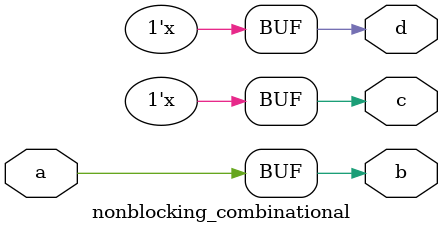
<source format=v>
module nonblocking_combinational (
    input wire a,
    output reg b, c, d
);
    always @(a) begin
        b <= a;
        c <= b; // c sẽ lấy giá trị cũ của b trước khi khối always này bắt đầu
        d <= c; // d sẽ lấy giá trị cũ của c trước khi khối always này bắt đầu
		  // Khi a thay đổi, b sẽ được gán giá trị mới của a
		  // Tuy nhiên, c sẽ được gán giá trị ban đầu của b, và d sẽ được gán giá trị ban đầu của c
		  //Giá trị của b và c chỉ được cập nhật sau khi toàn bộ khối always đã thực thi
    end
endmodule
</source>
